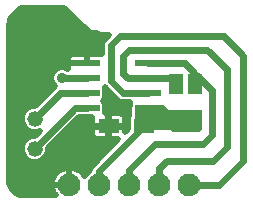
<source format=gbl>
G75*
%MOIN*%
%OFA0B0*%
%FSLAX25Y25*%
%IPPOS*%
%LPD*%
%AMOC8*
5,1,8,0,0,1.08239X$1,22.5*
%
%ADD10R,0.04724X0.07087*%
%ADD11C,0.07600*%
%ADD12R,0.07087X0.04724*%
%ADD13R,0.08661X0.02362*%
%ADD14C,0.05200*%
%ADD15C,0.01969*%
%ADD16C,0.02400*%
%ADD17C,0.03569*%
D10*
X0059000Y0028125D03*
X0065500Y0028125D03*
X0065500Y0039928D03*
X0059000Y0039928D03*
D11*
X0063500Y0006526D03*
X0053500Y0006526D03*
X0043500Y0006526D03*
X0033500Y0006526D03*
X0023500Y0006526D03*
D12*
X0036598Y0026026D03*
X0048402Y0026026D03*
D13*
X0049736Y0032026D03*
X0049736Y0037026D03*
X0049736Y0042026D03*
X0049736Y0047026D03*
X0029264Y0047026D03*
X0029264Y0042026D03*
X0029264Y0037026D03*
X0029264Y0032026D03*
D14*
X0012000Y0028526D03*
X0012000Y0018526D03*
D15*
X0004596Y0004663D02*
X0005638Y0003737D01*
X0006777Y0003159D01*
X0007619Y0003010D01*
X0018905Y0003010D01*
X0018553Y0003495D01*
X0018140Y0004306D01*
X0017858Y0005172D01*
X0017716Y0006071D01*
X0017716Y0006526D01*
X0023500Y0006526D01*
X0023500Y0006526D01*
X0017716Y0006526D01*
X0017716Y0006981D01*
X0017858Y0007881D01*
X0018140Y0008747D01*
X0018553Y0009558D01*
X0019088Y0010294D01*
X0019732Y0010938D01*
X0020468Y0011473D01*
X0021280Y0011887D01*
X0022146Y0012168D01*
X0023045Y0012310D01*
X0023500Y0012310D01*
X0023500Y0006526D01*
X0023500Y0006526D01*
X0023500Y0012310D01*
X0023955Y0012310D01*
X0024854Y0012168D01*
X0025720Y0011887D01*
X0026532Y0011473D01*
X0027268Y0010938D01*
X0027912Y0010294D01*
X0028447Y0009558D01*
X0028593Y0009272D01*
X0028766Y0009689D01*
X0030337Y0011260D01*
X0030516Y0011334D01*
X0030516Y0011718D01*
X0030970Y0012815D01*
X0039835Y0021680D01*
X0036795Y0021680D01*
X0036795Y0025829D01*
X0036402Y0025829D01*
X0036402Y0021680D01*
X0032794Y0021680D01*
X0032289Y0021815D01*
X0031837Y0022076D01*
X0031467Y0022446D01*
X0031206Y0022898D01*
X0031071Y0023403D01*
X0031071Y0025829D01*
X0036401Y0025829D01*
X0036401Y0026223D01*
X0031071Y0026223D01*
X0031071Y0028650D01*
X0031181Y0029061D01*
X0029903Y0029061D01*
X0029857Y0029042D01*
X0026736Y0029042D01*
X0016384Y0018690D01*
X0016384Y0017654D01*
X0015717Y0016043D01*
X0014483Y0014809D01*
X0012872Y0014142D01*
X0011128Y0014142D01*
X0009517Y0014809D01*
X0008283Y0016043D01*
X0007616Y0017654D01*
X0007616Y0019398D01*
X0008283Y0021010D01*
X0009517Y0022243D01*
X0011128Y0022910D01*
X0012164Y0022910D01*
X0013765Y0024512D01*
X0012872Y0024142D01*
X0011128Y0024142D01*
X0009517Y0024809D01*
X0008283Y0026043D01*
X0007616Y0027654D01*
X0007616Y0029398D01*
X0008283Y0031010D01*
X0009517Y0032243D01*
X0011128Y0032910D01*
X0012164Y0032910D01*
X0018616Y0039363D01*
X0017975Y0040005D01*
X0017431Y0041316D01*
X0017431Y0042736D01*
X0017975Y0044048D01*
X0018979Y0045051D01*
X0020290Y0045595D01*
X0021710Y0045595D01*
X0023021Y0045051D01*
X0023062Y0045010D01*
X0023124Y0045010D01*
X0023084Y0045079D01*
X0022949Y0045584D01*
X0022949Y0047026D01*
X0029264Y0047026D01*
X0029264Y0047026D01*
X0029264Y0050191D01*
X0033856Y0050191D01*
X0034360Y0050056D01*
X0034516Y0049967D01*
X0034516Y0053620D01*
X0034970Y0054717D01*
X0036795Y0056542D01*
X0034064Y0056542D01*
X0032257Y0057026D01*
X0030500Y0057026D01*
X0029008Y0058518D01*
X0028284Y0058936D01*
X0028284Y0058936D01*
X0027749Y0059471D01*
X0027749Y0059471D01*
X0021694Y0065526D01*
X0007618Y0065526D01*
X0007386Y0065412D01*
X0004097Y0062123D01*
X0003764Y0061493D01*
X0003396Y0059380D01*
X0003426Y0058906D01*
X0003484Y0058848D01*
X0003484Y0058167D01*
X0003581Y0057493D01*
X0003484Y0057365D01*
X0003484Y0008760D01*
X0003541Y0008693D01*
X0003484Y0007950D01*
X0003484Y0007601D01*
X0003497Y0006985D01*
X0004047Y0005303D01*
X0004596Y0004663D01*
X0004898Y0004394D02*
X0018111Y0004394D01*
X0017716Y0006361D02*
X0003701Y0006361D01*
X0003513Y0008328D02*
X0018004Y0008328D01*
X0019089Y0010295D02*
X0003484Y0010295D01*
X0003484Y0012262D02*
X0022741Y0012262D01*
X0023500Y0012262D02*
X0023500Y0012262D01*
X0024259Y0012262D02*
X0030741Y0012262D01*
X0029372Y0010295D02*
X0027911Y0010295D01*
X0023500Y0010295D02*
X0023500Y0010295D01*
X0023500Y0008328D02*
X0023500Y0008328D01*
X0032384Y0014229D02*
X0013083Y0014229D01*
X0010917Y0014229D02*
X0003484Y0014229D01*
X0003484Y0016196D02*
X0008220Y0016196D01*
X0007616Y0018163D02*
X0003484Y0018163D01*
X0003484Y0020130D02*
X0007919Y0020130D01*
X0009371Y0022097D02*
X0003484Y0022097D01*
X0003484Y0024064D02*
X0013318Y0024064D01*
X0008294Y0026031D02*
X0003484Y0026031D01*
X0003484Y0027998D02*
X0007616Y0027998D01*
X0007851Y0029965D02*
X0003484Y0029965D01*
X0003484Y0031932D02*
X0009206Y0031932D01*
X0013153Y0033899D02*
X0003484Y0033899D01*
X0003484Y0035866D02*
X0015120Y0035866D01*
X0017087Y0037833D02*
X0003484Y0037833D01*
X0003484Y0039800D02*
X0018179Y0039800D01*
X0017431Y0041767D02*
X0003484Y0041767D01*
X0003484Y0043734D02*
X0017845Y0043734D01*
X0022949Y0045702D02*
X0003484Y0045702D01*
X0003484Y0047669D02*
X0022949Y0047669D01*
X0022949Y0047026D02*
X0029264Y0047026D01*
X0029264Y0047026D01*
X0029264Y0050191D01*
X0024672Y0050191D01*
X0024167Y0050056D01*
X0023715Y0049795D01*
X0023345Y0049426D01*
X0023084Y0048973D01*
X0022949Y0048468D01*
X0022949Y0047026D01*
X0023555Y0049636D02*
X0003484Y0049636D01*
X0003484Y0051603D02*
X0034516Y0051603D01*
X0034516Y0053570D02*
X0003484Y0053570D01*
X0003484Y0055537D02*
X0035790Y0055537D01*
X0030023Y0057504D02*
X0003579Y0057504D01*
X0003412Y0059471D02*
X0027749Y0059471D01*
X0025782Y0061438D02*
X0003754Y0061438D01*
X0005379Y0063405D02*
X0023815Y0063405D01*
X0021848Y0065372D02*
X0007346Y0065372D01*
X0029264Y0049636D02*
X0029264Y0049636D01*
X0029264Y0047669D02*
X0029264Y0047669D01*
X0035379Y0038927D02*
X0035810Y0038496D01*
X0039810Y0034496D01*
X0040906Y0034042D01*
X0042094Y0034042D01*
X0043717Y0034042D01*
X0043621Y0033946D01*
X0043621Y0032874D01*
X0043516Y0032620D01*
X0043516Y0029569D01*
X0043074Y0029127D01*
X0043074Y0024919D01*
X0042126Y0023971D01*
X0042126Y0025829D01*
X0036795Y0025829D01*
X0036795Y0026223D01*
X0036402Y0026223D01*
X0036402Y0030373D01*
X0035379Y0030373D01*
X0035379Y0033946D01*
X0034799Y0034526D01*
X0035379Y0035106D01*
X0035379Y0038927D01*
X0035379Y0037833D02*
X0036472Y0037833D01*
X0035379Y0035866D02*
X0038439Y0035866D01*
X0035379Y0033899D02*
X0043621Y0033899D01*
X0043516Y0031932D02*
X0035379Y0031932D01*
X0036795Y0030373D02*
X0036795Y0026223D01*
X0042126Y0026223D01*
X0042126Y0028650D01*
X0041991Y0029154D01*
X0041730Y0029607D01*
X0041360Y0029976D01*
X0040908Y0030237D01*
X0040403Y0030373D01*
X0036795Y0030373D01*
X0036795Y0029965D02*
X0036402Y0029965D01*
X0036402Y0027998D02*
X0036795Y0027998D01*
X0036795Y0026031D02*
X0043074Y0026031D01*
X0043074Y0027998D02*
X0042126Y0027998D01*
X0041371Y0029965D02*
X0043516Y0029965D01*
X0036401Y0026031D02*
X0023726Y0026031D01*
X0025693Y0027998D02*
X0031071Y0027998D01*
X0031071Y0024064D02*
X0021759Y0024064D01*
X0019792Y0022097D02*
X0031816Y0022097D01*
X0036402Y0022097D02*
X0036795Y0022097D01*
X0036795Y0024064D02*
X0036402Y0024064D01*
X0038285Y0020130D02*
X0017825Y0020130D01*
X0016384Y0018163D02*
X0036318Y0018163D01*
X0034351Y0016196D02*
X0015780Y0016196D01*
X0042126Y0024064D02*
X0042219Y0024064D01*
X0059000Y0039928D02*
X0060098Y0041928D01*
D16*
X0059000Y0039928D02*
X0056902Y0042026D01*
X0049736Y0042026D01*
X0043000Y0042026D01*
X0041500Y0043526D01*
X0041500Y0049526D01*
X0043500Y0051526D01*
X0069500Y0051526D01*
X0076000Y0045026D01*
X0076000Y0019026D01*
X0071500Y0014526D01*
X0056000Y0014526D01*
X0053500Y0012026D01*
X0053500Y0006526D01*
X0043500Y0006526D02*
X0043500Y0011526D01*
X0052000Y0020026D01*
X0068000Y0020026D01*
X0071000Y0023026D01*
X0071000Y0038026D01*
X0065500Y0043526D01*
X0065500Y0039928D01*
X0065500Y0043526D02*
X0062000Y0047026D01*
X0049736Y0047026D01*
X0040500Y0056026D02*
X0037500Y0053026D01*
X0037500Y0041026D01*
X0041500Y0037026D01*
X0049736Y0037026D01*
X0049736Y0032026D02*
X0046500Y0032026D01*
X0046500Y0027026D01*
X0047500Y0026026D01*
X0047500Y0030026D01*
X0048500Y0031026D01*
X0049500Y0031026D01*
X0050500Y0032026D01*
X0054500Y0032026D01*
X0056000Y0030526D01*
X0065500Y0030526D01*
X0066000Y0030026D01*
X0066000Y0026026D01*
X0066500Y0025526D01*
X0058000Y0025526D01*
X0057500Y0026026D01*
X0049000Y0026026D01*
X0048000Y0027026D01*
X0050750Y0029776D01*
X0053000Y0027526D01*
X0057500Y0027526D01*
X0063500Y0027526D01*
X0063000Y0028026D01*
X0061500Y0028026D01*
X0061598Y0028125D01*
X0065500Y0028125D01*
X0059000Y0028125D02*
X0057598Y0029526D01*
X0054500Y0029526D01*
X0053500Y0030526D01*
X0051500Y0030526D01*
X0050750Y0029776D01*
X0049736Y0032026D02*
X0049736Y0027361D01*
X0048402Y0026026D01*
X0033500Y0011125D01*
X0033500Y0006526D01*
X0012000Y0018526D02*
X0025500Y0032026D01*
X0029264Y0032026D01*
X0029264Y0037026D02*
X0020500Y0037026D01*
X0012000Y0028526D01*
X0021000Y0042026D02*
X0029264Y0042026D01*
X0040500Y0056026D02*
X0075000Y0056026D01*
X0081500Y0049526D01*
X0081500Y0014526D01*
X0073500Y0006526D01*
X0063500Y0006526D01*
X0057500Y0027526D02*
X0057372Y0027497D01*
X0057243Y0027472D01*
X0057113Y0027451D01*
X0056982Y0027433D01*
X0056852Y0027419D01*
X0056720Y0027409D01*
X0056589Y0027403D01*
X0056457Y0027401D01*
X0056326Y0027403D01*
X0056194Y0027408D01*
X0056063Y0027418D01*
X0055932Y0027431D01*
X0055802Y0027448D01*
X0055672Y0027469D01*
X0055543Y0027494D01*
X0055414Y0027522D01*
X0055287Y0027555D01*
X0055160Y0027591D01*
X0055035Y0027630D01*
X0054911Y0027674D01*
X0054788Y0027721D01*
X0054666Y0027772D01*
X0054546Y0027826D01*
X0054428Y0027884D01*
X0054312Y0027945D01*
X0054197Y0028009D01*
X0054084Y0028077D01*
X0053974Y0028148D01*
X0053865Y0028223D01*
X0053759Y0028300D01*
X0053655Y0028381D01*
X0053554Y0028465D01*
X0053455Y0028551D01*
X0053358Y0028641D01*
X0053265Y0028733D01*
X0053174Y0028828D01*
X0053085Y0028926D01*
X0053000Y0029026D01*
D17*
X0021000Y0042026D03*
M02*

</source>
